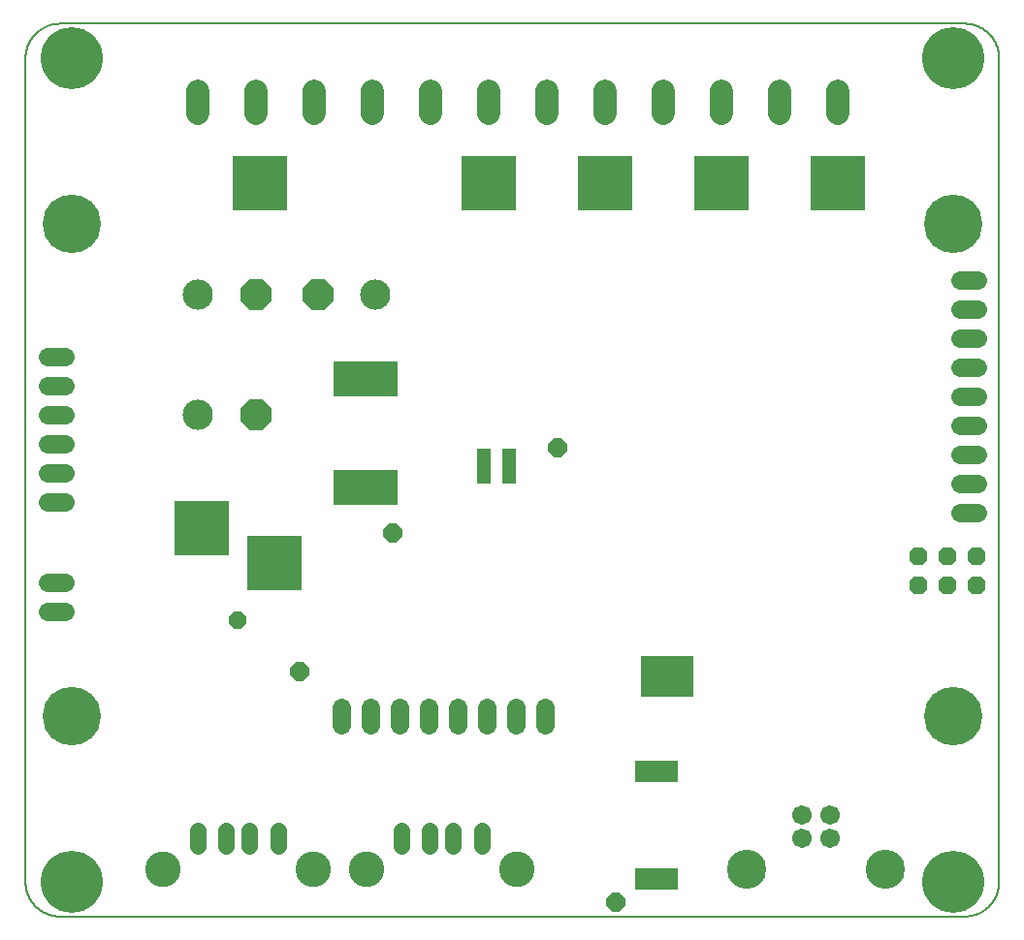
<source format=gbs>
G75*
%MOIN*%
%OFA0B0*%
%FSLAX25Y25*%
%IPPOS*%
%LPD*%
%AMOC8*
5,1,8,0,0,1.08239X$1,22.5*
%
%ADD10R,0.18904X0.18510*%
%ADD11R,0.04362X0.04362*%
%ADD12R,0.22054X0.12211*%
%ADD13C,0.10400*%
%ADD14OC8,0.10400*%
%ADD15C,0.06699*%
%ADD16C,0.13455*%
%ADD17R,0.05124X0.12211*%
%ADD18C,0.04362*%
%ADD19C,0.03575*%
%ADD20R,0.14573X0.07487*%
%ADD21C,0.05518*%
%ADD22C,0.12211*%
%ADD23C,0.06306*%
%ADD24C,0.08077*%
%ADD25C,0.21329*%
%ADD26C,0.00787*%
%ADD27C,0.20085*%
%ADD28R,0.18117X0.14180*%
%ADD29OC8,0.06306*%
%ADD30OC8,0.06400*%
%ADD31OC8,0.05715*%
D10*
X0149528Y0150148D03*
X0124528Y0162096D03*
X0144528Y0280846D03*
X0223278Y0280846D03*
X0263278Y0280846D03*
X0303278Y0280846D03*
X0343278Y0280846D03*
D11*
X0343278Y0280059D03*
X0348789Y0280059D03*
X0348789Y0285571D03*
X0343278Y0285571D03*
X0337766Y0285571D03*
X0337766Y0280059D03*
X0337766Y0274547D03*
X0343278Y0274547D03*
X0348789Y0274547D03*
X0308789Y0274547D03*
X0303278Y0274547D03*
X0303278Y0280059D03*
X0308789Y0280059D03*
X0308789Y0285571D03*
X0303278Y0285571D03*
X0297766Y0285571D03*
X0297766Y0280059D03*
X0297766Y0274547D03*
X0268789Y0274547D03*
X0263278Y0274547D03*
X0257766Y0274547D03*
X0257766Y0280059D03*
X0263278Y0280059D03*
X0268789Y0280059D03*
X0268789Y0285571D03*
X0263278Y0285571D03*
X0257766Y0285571D03*
X0228789Y0285571D03*
X0223278Y0285571D03*
X0223278Y0280059D03*
X0228789Y0280059D03*
X0228789Y0274547D03*
X0223278Y0274547D03*
X0217766Y0274547D03*
X0217766Y0280059D03*
X0217766Y0285571D03*
X0150039Y0285571D03*
X0144528Y0285571D03*
X0144528Y0280059D03*
X0150039Y0280059D03*
X0150039Y0274547D03*
X0144528Y0274547D03*
X0139016Y0274547D03*
X0139016Y0280059D03*
X0139016Y0285571D03*
X0174872Y0216526D03*
X0180778Y0216526D03*
X0186683Y0216526D03*
X0186683Y0210620D03*
X0180778Y0210620D03*
X0174872Y0210620D03*
X0174872Y0179124D03*
X0174872Y0173219D03*
X0180778Y0173219D03*
X0180778Y0179124D03*
X0186683Y0179124D03*
X0186683Y0173219D03*
X0155039Y0156447D03*
X0149528Y0156447D03*
X0149528Y0150935D03*
X0155039Y0150935D03*
X0155039Y0145423D03*
X0149528Y0145423D03*
X0144016Y0145423D03*
X0144016Y0150935D03*
X0144016Y0156447D03*
X0130039Y0155797D03*
X0124528Y0155797D03*
X0124528Y0161309D03*
X0130039Y0161309D03*
X0130039Y0166821D03*
X0124528Y0166821D03*
X0119016Y0166821D03*
X0119016Y0161309D03*
X0119016Y0155797D03*
X0276053Y0078770D03*
X0280778Y0078770D03*
X0285502Y0078770D03*
X0284528Y0108760D03*
X0288465Y0108760D03*
X0288465Y0113484D03*
X0284528Y0113484D03*
X0280591Y0113484D03*
X0280591Y0108760D03*
X0280778Y0040974D03*
X0285502Y0040974D03*
X0276053Y0040974D03*
D12*
X0180778Y0176171D03*
X0180778Y0213573D03*
D13*
X0184370Y0242372D03*
X0123435Y0242372D03*
X0123435Y0201122D03*
D14*
X0143120Y0201122D03*
X0143120Y0242372D03*
X0164685Y0242372D03*
D15*
X0330856Y0063415D03*
X0330856Y0055541D03*
X0340699Y0055541D03*
X0340699Y0063415D03*
D16*
X0359478Y0044872D03*
X0312077Y0044872D03*
D17*
X0230108Y0183622D03*
X0221447Y0183622D03*
D18*
X0221447Y0179685D03*
X0221447Y0187559D03*
X0230108Y0187559D03*
X0230108Y0179685D03*
D19*
X0230699Y0183622D03*
X0220856Y0183622D03*
D20*
X0280778Y0078376D03*
X0280778Y0041368D03*
D21*
X0220807Y0052982D02*
X0220807Y0058100D01*
X0210965Y0058100D02*
X0210965Y0052982D01*
X0203091Y0052982D02*
X0203091Y0058100D01*
X0193248Y0058100D02*
X0193248Y0052982D01*
X0150807Y0052982D02*
X0150807Y0058100D01*
X0140965Y0058100D02*
X0140965Y0052982D01*
X0133091Y0052982D02*
X0133091Y0058100D01*
X0123248Y0058100D02*
X0123248Y0052982D01*
D22*
X0111161Y0044872D03*
X0162894Y0044872D03*
X0181161Y0044872D03*
X0232894Y0044872D03*
D23*
X0232756Y0094567D02*
X0232756Y0100472D01*
X0242756Y0100472D02*
X0242756Y0094567D01*
X0222756Y0094567D02*
X0222756Y0100472D01*
X0212756Y0100472D02*
X0212756Y0094567D01*
X0202756Y0094567D02*
X0202756Y0100472D01*
X0192756Y0100472D02*
X0192756Y0094567D01*
X0182756Y0094567D02*
X0182756Y0100472D01*
X0172756Y0100472D02*
X0172756Y0094567D01*
X0077480Y0133622D02*
X0071575Y0133622D01*
X0071575Y0143622D02*
X0077480Y0143622D01*
X0077480Y0171122D02*
X0071575Y0171122D01*
X0071575Y0181122D02*
X0077480Y0181122D01*
X0077480Y0191122D02*
X0071575Y0191122D01*
X0071575Y0201122D02*
X0077480Y0201122D01*
X0077480Y0211122D02*
X0071575Y0211122D01*
X0071575Y0221122D02*
X0077480Y0221122D01*
X0385325Y0217372D02*
X0391230Y0217372D01*
X0391230Y0207372D02*
X0385325Y0207372D01*
X0385325Y0197372D02*
X0391230Y0197372D01*
X0391230Y0187372D02*
X0385325Y0187372D01*
X0385325Y0177372D02*
X0391230Y0177372D01*
X0391230Y0167372D02*
X0385325Y0167372D01*
X0385325Y0227372D02*
X0391230Y0227372D01*
X0391230Y0237372D02*
X0385325Y0237372D01*
X0385325Y0247372D02*
X0391230Y0247372D01*
D24*
X0343278Y0304783D02*
X0343278Y0312461D01*
X0323278Y0312461D02*
X0323278Y0304783D01*
X0303278Y0304783D02*
X0303278Y0312461D01*
X0283278Y0312461D02*
X0283278Y0304783D01*
X0263278Y0304783D02*
X0263278Y0312461D01*
X0243278Y0312461D02*
X0243278Y0304783D01*
X0223278Y0304783D02*
X0223278Y0312461D01*
X0203278Y0312461D02*
X0203278Y0304783D01*
X0183278Y0304783D02*
X0183278Y0312461D01*
X0163278Y0312461D02*
X0163278Y0304783D01*
X0143278Y0304783D02*
X0143278Y0312461D01*
X0123278Y0312461D02*
X0123278Y0304783D01*
D25*
X0079803Y0323898D03*
X0382953Y0323898D03*
X0382953Y0040433D03*
X0079803Y0040433D03*
D26*
X0064055Y0040433D02*
X0064055Y0323898D01*
X0064058Y0324183D01*
X0064069Y0324469D01*
X0064086Y0324754D01*
X0064110Y0325038D01*
X0064141Y0325322D01*
X0064179Y0325605D01*
X0064224Y0325886D01*
X0064275Y0326167D01*
X0064333Y0326447D01*
X0064398Y0326725D01*
X0064470Y0327001D01*
X0064548Y0327275D01*
X0064633Y0327548D01*
X0064725Y0327818D01*
X0064823Y0328086D01*
X0064927Y0328352D01*
X0065038Y0328615D01*
X0065155Y0328875D01*
X0065278Y0329133D01*
X0065408Y0329387D01*
X0065544Y0329638D01*
X0065685Y0329886D01*
X0065833Y0330130D01*
X0065986Y0330371D01*
X0066146Y0330607D01*
X0066311Y0330840D01*
X0066481Y0331069D01*
X0066657Y0331294D01*
X0066839Y0331514D01*
X0067025Y0331730D01*
X0067217Y0331941D01*
X0067414Y0332148D01*
X0067616Y0332350D01*
X0067823Y0332547D01*
X0068034Y0332739D01*
X0068250Y0332925D01*
X0068470Y0333107D01*
X0068695Y0333283D01*
X0068924Y0333453D01*
X0069157Y0333618D01*
X0069393Y0333778D01*
X0069634Y0333931D01*
X0069878Y0334079D01*
X0070126Y0334220D01*
X0070377Y0334356D01*
X0070631Y0334486D01*
X0070889Y0334609D01*
X0071149Y0334726D01*
X0071412Y0334837D01*
X0071678Y0334941D01*
X0071946Y0335039D01*
X0072216Y0335131D01*
X0072489Y0335216D01*
X0072763Y0335294D01*
X0073039Y0335366D01*
X0073317Y0335431D01*
X0073597Y0335489D01*
X0073878Y0335540D01*
X0074159Y0335585D01*
X0074442Y0335623D01*
X0074726Y0335654D01*
X0075010Y0335678D01*
X0075295Y0335695D01*
X0075581Y0335706D01*
X0075866Y0335709D01*
X0386890Y0335709D01*
X0387175Y0335706D01*
X0387461Y0335695D01*
X0387746Y0335678D01*
X0388030Y0335654D01*
X0388314Y0335623D01*
X0388597Y0335585D01*
X0388878Y0335540D01*
X0389159Y0335489D01*
X0389439Y0335431D01*
X0389717Y0335366D01*
X0389993Y0335294D01*
X0390267Y0335216D01*
X0390540Y0335131D01*
X0390810Y0335039D01*
X0391078Y0334941D01*
X0391344Y0334837D01*
X0391607Y0334726D01*
X0391867Y0334609D01*
X0392125Y0334486D01*
X0392379Y0334356D01*
X0392630Y0334220D01*
X0392878Y0334079D01*
X0393122Y0333931D01*
X0393363Y0333778D01*
X0393599Y0333618D01*
X0393832Y0333453D01*
X0394061Y0333283D01*
X0394286Y0333107D01*
X0394506Y0332925D01*
X0394722Y0332739D01*
X0394933Y0332547D01*
X0395140Y0332350D01*
X0395342Y0332148D01*
X0395539Y0331941D01*
X0395731Y0331730D01*
X0395917Y0331514D01*
X0396099Y0331294D01*
X0396275Y0331069D01*
X0396445Y0330840D01*
X0396610Y0330607D01*
X0396770Y0330371D01*
X0396923Y0330130D01*
X0397071Y0329886D01*
X0397212Y0329638D01*
X0397348Y0329387D01*
X0397478Y0329133D01*
X0397601Y0328875D01*
X0397718Y0328615D01*
X0397829Y0328352D01*
X0397933Y0328086D01*
X0398031Y0327818D01*
X0398123Y0327548D01*
X0398208Y0327275D01*
X0398286Y0327001D01*
X0398358Y0326725D01*
X0398423Y0326447D01*
X0398481Y0326167D01*
X0398532Y0325886D01*
X0398577Y0325605D01*
X0398615Y0325322D01*
X0398646Y0325038D01*
X0398670Y0324754D01*
X0398687Y0324469D01*
X0398698Y0324183D01*
X0398701Y0323898D01*
X0398701Y0040433D01*
X0398698Y0040148D01*
X0398687Y0039862D01*
X0398670Y0039577D01*
X0398646Y0039293D01*
X0398615Y0039009D01*
X0398577Y0038726D01*
X0398532Y0038445D01*
X0398481Y0038164D01*
X0398423Y0037884D01*
X0398358Y0037606D01*
X0398286Y0037330D01*
X0398208Y0037056D01*
X0398123Y0036783D01*
X0398031Y0036513D01*
X0397933Y0036245D01*
X0397829Y0035979D01*
X0397718Y0035716D01*
X0397601Y0035456D01*
X0397478Y0035198D01*
X0397348Y0034944D01*
X0397212Y0034693D01*
X0397071Y0034445D01*
X0396923Y0034201D01*
X0396770Y0033960D01*
X0396610Y0033724D01*
X0396445Y0033491D01*
X0396275Y0033262D01*
X0396099Y0033037D01*
X0395917Y0032817D01*
X0395731Y0032601D01*
X0395539Y0032390D01*
X0395342Y0032183D01*
X0395140Y0031981D01*
X0394933Y0031784D01*
X0394722Y0031592D01*
X0394506Y0031406D01*
X0394286Y0031224D01*
X0394061Y0031048D01*
X0393832Y0030878D01*
X0393599Y0030713D01*
X0393363Y0030553D01*
X0393122Y0030400D01*
X0392878Y0030252D01*
X0392630Y0030111D01*
X0392379Y0029975D01*
X0392125Y0029845D01*
X0391867Y0029722D01*
X0391607Y0029605D01*
X0391344Y0029494D01*
X0391078Y0029390D01*
X0390810Y0029292D01*
X0390540Y0029200D01*
X0390267Y0029115D01*
X0389993Y0029037D01*
X0389717Y0028965D01*
X0389439Y0028900D01*
X0389159Y0028842D01*
X0388878Y0028791D01*
X0388597Y0028746D01*
X0388314Y0028708D01*
X0388030Y0028677D01*
X0387746Y0028653D01*
X0387461Y0028636D01*
X0387175Y0028625D01*
X0386890Y0028622D01*
X0075866Y0028622D01*
X0075581Y0028625D01*
X0075295Y0028636D01*
X0075010Y0028653D01*
X0074726Y0028677D01*
X0074442Y0028708D01*
X0074159Y0028746D01*
X0073878Y0028791D01*
X0073597Y0028842D01*
X0073317Y0028900D01*
X0073039Y0028965D01*
X0072763Y0029037D01*
X0072489Y0029115D01*
X0072216Y0029200D01*
X0071946Y0029292D01*
X0071678Y0029390D01*
X0071412Y0029494D01*
X0071149Y0029605D01*
X0070889Y0029722D01*
X0070631Y0029845D01*
X0070377Y0029975D01*
X0070126Y0030111D01*
X0069878Y0030252D01*
X0069634Y0030400D01*
X0069393Y0030553D01*
X0069157Y0030713D01*
X0068924Y0030878D01*
X0068695Y0031048D01*
X0068470Y0031224D01*
X0068250Y0031406D01*
X0068034Y0031592D01*
X0067823Y0031784D01*
X0067616Y0031981D01*
X0067414Y0032183D01*
X0067217Y0032390D01*
X0067025Y0032601D01*
X0066839Y0032817D01*
X0066657Y0033037D01*
X0066481Y0033262D01*
X0066311Y0033491D01*
X0066146Y0033724D01*
X0065986Y0033960D01*
X0065833Y0034201D01*
X0065685Y0034445D01*
X0065544Y0034693D01*
X0065408Y0034944D01*
X0065278Y0035198D01*
X0065155Y0035456D01*
X0065038Y0035716D01*
X0064927Y0035979D01*
X0064823Y0036245D01*
X0064725Y0036513D01*
X0064633Y0036783D01*
X0064548Y0037056D01*
X0064470Y0037330D01*
X0064398Y0037606D01*
X0064333Y0037884D01*
X0064275Y0038164D01*
X0064224Y0038445D01*
X0064179Y0038726D01*
X0064141Y0039009D01*
X0064110Y0039293D01*
X0064086Y0039577D01*
X0064069Y0039862D01*
X0064058Y0040148D01*
X0064055Y0040433D01*
D27*
X0079803Y0097520D03*
X0079803Y0266811D03*
X0382953Y0266811D03*
X0382953Y0097520D03*
D28*
X0284528Y0111122D03*
D29*
X0370778Y0142372D03*
X0380778Y0142372D03*
X0380778Y0152372D03*
X0370778Y0152372D03*
X0390778Y0152372D03*
X0390778Y0142372D03*
D30*
X0267028Y0033622D03*
X0158278Y0112997D03*
X0190153Y0160497D03*
X0247028Y0189872D03*
D31*
X0137028Y0130497D03*
M02*

</source>
